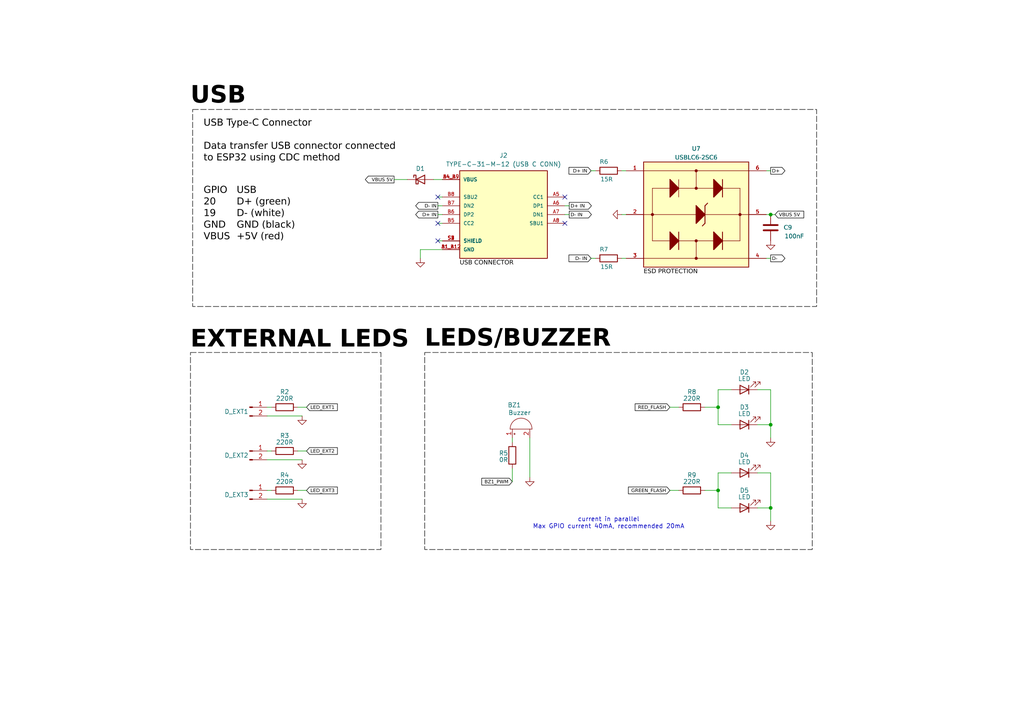
<source format=kicad_sch>
(kicad_sch (version 20231120) (generator "eeschema") (generator_version "8.0")
  (paper "A4")
  (lib_symbols
    (symbol "Connector:Conn_01x02_Pin" (pin_names (offset 1.016) hide)
      (property "Reference" "J" (at 0 2.54 0))
      (property "Value" "Conn_01x02_Pin" (at 0 -5.08 0))
      (symbol "Conn_01x02_Pin_1_1"
        (polyline (pts (xy 1.27 -2.54) (xy 0.8636 -2.54)) (stroke (width 0.1524)))
        (polyline (pts (xy 1.27 0) (xy 0.8636 0)) (stroke (width 0.1524)))
        (rectangle (start 0.8636 -2.413) (end 0 -2.667) (stroke (width 0.1524)) (fill (type outline)))
        (rectangle (start 0.8636 0.127) (end 0 -0.127) (stroke (width 0.1524)) (fill (type outline)))
        (pin passive line (at 5.08 0 180) (length 3.81) (name "Pin_1") (number "1"))
        (pin passive line (at 5.08 -2.54 180) (length 3.81) (name "Pin_2") (number "2"))
      )
    )
    (symbol "Device:Buzzer" (pin_names (offset 0.0254) hide)
      (property "Reference" "BZ" (at 3.81 1.27 0))
      (property "Value" "Buzzer" (at 3.81 -1.27 0))
      (symbol "Buzzer_0_1"
        (arc (start 0 -3.175) (mid 3.1612 0) (end 0 3.175))
        (polyline (pts (xy -1.651 1.905) (xy -1.143 1.905)))
        (polyline (pts (xy -1.397 2.159) (xy -1.397 1.651)))
        (polyline (pts (xy 0 3.175) (xy 0 -3.175)))
      )
      (symbol "Buzzer_1_1"
        (pin passive line (at -2.54 2.54 0) (length 2.54) (name "+") (number "1"))
        (pin passive line (at -2.54 -2.54 0) (length 2.54) (name "-") (number "2"))
      )
    )
    (symbol "Device:C" (pin_numbers hide) (pin_names (offset 0.254))
      (property "Reference" "C" (at 0.635 2.54 0))
      (property "Value" "C" (at 0.635 -2.54 0))
      (symbol "C_0_1"
        (polyline (pts (xy -2.032 -0.762) (xy 2.032 -0.762)) (stroke (width 0.508)))
        (polyline (pts (xy -2.032 0.762) (xy 2.032 0.762)) (stroke (width 0.508)))
      )
      (symbol "C_1_1"
        (pin passive line (at 0 3.81 270) (length 2.794) (name "~") (number "1"))
        (pin passive line (at 0 -3.81 90) (length 2.794) (name "~") (number "2"))
      )
    )
    (symbol "Device:D_Schottky" (pin_numbers hide) (pin_names (offset 1.016) hide)
      (property "Reference" "D" (at 0 2.54 0))
      (property "Value" "D_Schottky" (at 0 -2.54 0))
      (symbol "D_Schottky_0_1"
        (polyline (pts (xy 1.27 0) (xy -1.27 0)))
        (polyline (pts (xy 1.27 1.27) (xy 1.27 -1.27) (xy -1.27 0) (xy 1.27 1.27)) (stroke (width 0.254)))
        (polyline (pts (xy -1.905 0.635) (xy -1.905 1.27) (xy -1.27 1.27) (xy -1.27 -1.27) (xy -0.635 -1.27) (xy -0.635 -0.635)) (stroke (width 0.254)))
      )
      (symbol "D_Schottky_1_1"
        (pin passive line (at -3.81 0 0) (length 2.54) (name "K") (number "1"))
        (pin passive line (at 3.81 0 180) (length 2.54) (name "A") (number "2"))
      )
    )
    (symbol "Device:LED" (pin_numbers hide) (pin_names (offset 1.016) hide)
      (property "Reference" "D" (at 0 2.54 0))
      (property "Value" "LED" (at 0 -2.54 0))
      (symbol "LED_0_1"
        (polyline (pts (xy -1.27 -1.27) (xy -1.27 1.27)) (stroke (width 0.254)))
        (polyline (pts (xy -1.27 0) (xy 1.27 0)))
        (polyline (pts (xy 1.27 -1.27) (xy 1.27 1.27) (xy -1.27 0) (xy 1.27 -1.27)) (stroke (width 0.254)))
        (polyline (pts (xy -3.048 -0.762) (xy -4.572 -2.286) (xy -3.81 -2.286) (xy -4.572 -2.286) (xy -4.572 -1.524)))
        (polyline (pts (xy -1.778 -0.762) (xy -3.302 -2.286) (xy -2.54 -2.286) (xy -3.302 -2.286) (xy -3.302 -1.524)))
      )
      (symbol "LED_1_1"
        (pin passive line (at -3.81 0 0) (length 2.54) (name "K") (number "1"))
        (pin passive line (at 3.81 0 180) (length 2.54) (name "A") (number "2"))
      )
    )
    (symbol "Device:R" (pin_numbers hide) (pin_names (offset 0))
      (property "Reference" "R" (at 2.032 0 90))
      (property "Value" "R" (at 0 0 90))
      (symbol "R_0_1"
        (rectangle (start -1.016 -2.54) (end 1.016 2.54) (stroke (width 0.254)))
      )
      (symbol "R_1_1"
        (pin passive line (at 0 3.81 270) (length 1.27) (name "~") (number "1"))
        (pin passive line (at 0 -3.81 90) (length 1.27) (name "~") (number "2"))
      )
    )
    (symbol "SchrackThingy_library:TYPE-C-31-M-12 (USB C CONN)" (pin_names (offset 1.016))
      (property "Reference" "J" (at -12.7 13.462 0))
      (property "Value" "TYPE-C-31-M-12 (USB C CONN)" (at -12.7 -13.462 0))
      (symbol "TYPE-C-31-M-12 (USB C CONN)_0_0"
        (rectangle (start -12.7 -12.7) (end 12.7 12.7) (stroke (width 0.254)) (fill (type background)))
        (pin power_in line (at 17.78 -10.16 180) (length 5.08) (name "GND") (number "A1_B12"))
        (pin power_in line (at 17.78 10.16 180) (length 5.08) (name "VBUS") (number "A4_B9"))
        (pin bidirectional line (at -17.78 5.08 0) (length 5.08) (name "CC1") (number "A5"))
        (pin bidirectional line (at -17.78 2.54 0) (length 5.08) (name "DP1") (number "A6"))
        (pin bidirectional line (at -17.78 0 0) (length 5.08) (name "DN1") (number "A7"))
        (pin bidirectional line (at -17.78 -2.54 0) (length 5.08) (name "SBU1") (number "A8"))
        (pin power_in line (at 17.78 -10.16 180) (length 5.08) (name "GND") (number "B1_A12"))
        (pin power_in line (at 17.78 10.16 180) (length 5.08) (name "VBUS") (number "B4_A9"))
        (pin bidirectional line (at 17.78 -2.54 180) (length 5.08) (name "CC2") (number "B5"))
        (pin bidirectional line (at 17.78 0 180) (length 5.08) (name "DP2") (number "B6"))
        (pin bidirectional line (at 17.78 2.54 180) (length 5.08) (name "DN2") (number "B7"))
        (pin bidirectional line (at 17.78 5.08 180) (length 5.08) (name "SBU2") (number "B8"))
        (pin passive line (at 17.78 -7.62 180) (length 5.08) (name "SHIELD") (number "S1"))
        (pin passive line (at 17.78 -7.62 180) (length 5.08) (name "SHIELD") (number "S2"))
        (pin passive line (at 17.78 -7.62 180) (length 5.08) (name "SHIELD") (number "S3"))
        (pin passive line (at 17.78 -7.62 180) (length 5.08) (name "SHIELD") (number "S4"))
      )
    )
    (symbol "power:GND" (power) (pin_names (offset 0))
      (property "Value" "GND" (at 0 -3.81 0))
      (symbol "GND_0_1"
        (polyline (pts (xy 0 0) (xy 0 -1.27) (xy 1.27 -1.27) (xy 0 -2.54) (xy -1.27 -1.27) (xy 0 -1.27)))
      )
      (symbol "GND_1_1"
        (pin power_in line (at 0 0 270) (length 0) hide (name "GND") (number "1"))
      )
    )
    (symbol "sumec_library:USBLC6-2SC6" (pin_names (offset 1.016))
      (property "Reference" "U" (at -15.2693 17.8093 0))
      (property "Value" "USBLC6-2SC6" (at -15.2559 -17.7959 0))
      (symbol "USBLC6-2SC6_0_0"
        (rectangle (start -15.24 -15.24) (end 15.24 15.24) (stroke (width 0.254)) (fill (type background)))
        (circle (center -12.7 0) (radius 0.254) (stroke (width 0.381)))
        (circle (center 0 -12.7) (radius 0.254) (stroke (width 0.381)))
        (circle (center 0 -7.62) (radius 0.254) (stroke (width 0.381)))
        (polyline (pts (xy -15.24 -12.7) (xy 0 -12.7)) (stroke (width 0.1524)))
        (polyline (pts (xy -15.24 12.7) (xy 0 12.7)) (stroke (width 0.1524)))
        (polyline (pts (xy -12.7 -7.62) (xy -7.62 -7.62)) (stroke (width 0.1524)))
        (polyline (pts (xy -12.7 0) (xy -15.24 0)) (stroke (width 0.1524)))
        (polyline (pts (xy -12.7 0) (xy -12.7 -7.62)) (stroke (width 0.1524)))
        (polyline (pts (xy -12.7 0) (xy 0 0)) (stroke (width 0.1524)))
        (polyline (pts (xy -12.7 7.62) (xy -12.7 0)) (stroke (width 0.1524)))
        (polyline (pts (xy -12.7 7.62) (xy -7.62 7.62)) (stroke (width 0.1524)))
        (polyline (pts (xy -7.62 -10.16) (xy -7.62 -7.62)) (stroke (width 0.254)))
        (polyline (pts (xy -7.62 -7.62) (xy -7.62 -5.08)) (stroke (width 0.254)))
        (polyline (pts (xy -7.62 -5.08) (xy -5.08 -7.62)) (stroke (width 0.254)))
        (polyline (pts (xy -7.62 5.08) (xy -7.62 7.62)) (stroke (width 0.254)))
        (polyline (pts (xy -7.62 7.62) (xy -7.62 10.16)) (stroke (width 0.254)))
        (polyline (pts (xy -7.62 10.16) (xy -5.08 7.62)) (stroke (width 0.254)))
        (polyline (pts (xy -5.08 -7.62) (xy -7.62 -10.16)) (stroke (width 0.254)))
        (polyline (pts (xy -5.08 -7.62) (xy -5.08 -10.16)) (stroke (width 0.254)))
        (polyline (pts (xy -5.08 -7.62) (xy 0 -7.62)) (stroke (width 0.1524)))
        (polyline (pts (xy -5.08 -5.08) (xy -5.08 -7.62)) (stroke (width 0.254)))
        (polyline (pts (xy -5.08 7.62) (xy -7.62 5.08)) (stroke (width 0.254)))
        (polyline (pts (xy -5.08 7.62) (xy -5.08 5.08)) (stroke (width 0.1524)))
        (polyline (pts (xy -5.08 7.62) (xy 0 7.62)) (stroke (width 0.1524)))
        (polyline (pts (xy -5.08 10.16) (xy -5.08 7.62)) (stroke (width 0.1524)))
        (polyline (pts (xy 0 -7.62) (xy 0 -12.7)) (stroke (width 0.1524)))
        (polyline (pts (xy 0 -7.62) (xy 5.08 -7.62)) (stroke (width 0.1524)))
        (polyline (pts (xy 0 -2.54) (xy 0 0)) (stroke (width 0.254)))
        (polyline (pts (xy 0 0) (xy 0 2.54)) (stroke (width 0.254)))
        (polyline (pts (xy 0 2.54) (xy 2.54 0)) (stroke (width 0.254)))
        (polyline (pts (xy 0 7.62) (xy 0 12.7)) (stroke (width 0.1524)))
        (polyline (pts (xy 0 7.62) (xy 5.08 7.62)) (stroke (width 0.1524)))
        (polyline (pts (xy 0 12.7) (xy 15.24 12.7)) (stroke (width 0.1524)))
        (polyline (pts (xy 2.54 -2.54) (xy 1.778 -3.302)) (stroke (width 0.254)))
        (polyline (pts (xy 2.54 0) (xy 0 -2.54)) (stroke (width 0.254)))
        (polyline (pts (xy 2.54 0) (xy 12.7 0)) (stroke (width 0.1524)))
        (polyline (pts (xy 2.54 2.54) (xy 2.54 -2.54)) (stroke (width 0.254)))
        (polyline (pts (xy 2.54 2.54) (xy 3.302 3.302)) (stroke (width 0.254)))
        (polyline (pts (xy 5.08 -10.16) (xy 5.08 -7.62)) (stroke (width 0.254)))
        (polyline (pts (xy 5.08 -7.62) (xy 5.08 -5.08)) (stroke (width 0.254)))
        (polyline (pts (xy 5.08 -5.08) (xy 7.62 -7.62)) (stroke (width 0.254)))
        (polyline (pts (xy 5.08 5.08) (xy 5.08 7.62)) (stroke (width 0.254)))
        (polyline (pts (xy 5.08 7.62) (xy 5.08 10.16)) (stroke (width 0.254)))
        (polyline (pts (xy 5.08 10.16) (xy 7.62 7.62)) (stroke (width 0.254)))
        (polyline (pts (xy 7.62 -7.62) (xy 5.08 -10.16)) (stroke (width 0.254)))
        (polyline (pts (xy 7.62 -7.62) (xy 7.62 -10.16)) (stroke (width 0.254)))
        (polyline (pts (xy 7.62 -7.62) (xy 12.7 -7.62)) (stroke (width 0.1524)))
        (polyline (pts (xy 7.62 -5.08) (xy 7.62 -7.62)) (stroke (width 0.254)))
        (polyline (pts (xy 7.62 7.62) (xy 5.08 5.08)) (stroke (width 0.254)))
        (polyline (pts (xy 7.62 7.62) (xy 7.62 5.08)) (stroke (width 0.254)))
        (polyline (pts (xy 7.62 7.62) (xy 12.7 7.62)) (stroke (width 0.1524)))
        (polyline (pts (xy 7.62 10.16) (xy 7.62 7.62)) (stroke (width 0.254)))
        (polyline (pts (xy 12.7 0) (xy 12.7 -7.62)) (stroke (width 0.1524)))
        (polyline (pts (xy 12.7 0) (xy 15.24 0)) (stroke (width 0.1524)))
        (polyline (pts (xy 12.7 7.62) (xy 12.7 0)) (stroke (width 0.1524)))
        (polyline (pts (xy 15.24 -12.7) (xy 0 -12.7)) (stroke (width 0.1524)))
        (polyline (pts (xy -7.62 -5.08) (xy -7.62 -10.16) (xy -5.08 -7.62) (xy -7.62 -5.08)) (stroke (width 0.254)) (fill (type outline)))
        (polyline (pts (xy -7.62 10.16) (xy -7.62 5.08) (xy -5.08 7.62) (xy -7.62 10.16)) (stroke (width 0.254)) (fill (type outline)))
        (polyline (pts (xy 0 2.54) (xy 0 -2.54) (xy 2.54 0) (xy 0 2.54)) (stroke (width 0.254)) (fill (type outline)))
        (polyline (pts (xy 5.08 -5.08) (xy 5.08 -10.16) (xy 7.62 -7.62) (xy 5.08 -5.08)) (stroke (width 0.254)) (fill (type outline)))
        (polyline (pts (xy 5.08 10.16) (xy 5.08 5.08) (xy 7.62 7.62) (xy 5.08 10.16)) (stroke (width 0.254)) (fill (type outline)))
        (circle (center 0 7.62) (radius 0.254) (stroke (width 0.381)))
        (circle (center 0 12.7) (radius 0.254) (stroke (width 0.381)))
        (circle (center 12.7 0) (radius 0.254) (stroke (width 0.381)))
        (pin bidirectional line (at -20.32 12.7 0) (length 5.08) (name "~") (number "1"))
        (pin power_in line (at -20.32 0 0) (length 5.08) (name "~") (number "2"))
        (pin bidirectional line (at -20.32 -12.7 0) (length 5.08) (name "~") (number "3"))
        (pin bidirectional line (at 20.32 -12.7 180) (length 5.08) (name "~") (number "4"))
        (pin power_in line (at 20.32 0 180) (length 5.08) (name "~") (number "5"))
        (pin bidirectional line (at 20.32 12.7 180) (length 5.08) (name "~") (number "6"))
      )
    )
  )
  (junction (at 208.28 142.24))
  (junction (at 223.52 62.23))
  (junction (at 223.52 147.32))
  (junction (at 223.52 123.19))
  (junction (at 208.28 118.11))
  (no_connect (at 127 69.85))
  (no_connect (at 163.83 57.15))
  (no_connect (at 127 57.15))
  (no_connect (at 163.83 64.77))
  (no_connect (at 127 64.77))
  (wire (pts (xy 127 57.15) (xy 128.27 57.15)))
  (wire (pts (xy 127 62.23) (xy 128.27 62.23)))
  (wire (pts (xy 194.31 142.24) (xy 196.85 142.24)))
  (wire (pts (xy 208.28 137.16) (xy 212.09 137.16)))
  (wire (pts (xy 125.73 52.07) (xy 128.27 52.07)))
  (wire (pts (xy 127 69.85) (xy 128.27 69.85)))
  (wire (pts (xy 219.71 113.03) (xy 223.52 113.03)))
  (wire (pts (xy 180.34 49.53) (xy 181.61 49.53)))
  (wire (pts (xy 153.67 138.43) (xy 153.67 127)))
  (wire (pts (xy 219.71 137.16) (xy 223.52 137.16)))
  (wire (pts (xy 223.52 74.93) (xy 222.25 74.93)))
  (wire (pts (xy 78.74 142.24) (xy 77.47 142.24)))
  (wire (pts (xy 224.79 62.23) (xy 223.52 62.23)))
  (wire (pts (xy 88.9 142.24) (xy 86.36 142.24)))
  (wire (pts (xy 223.52 147.32) (xy 223.52 151.13)))
  (wire (pts (xy 78.74 118.11) (xy 77.47 118.11)))
  (wire (pts (xy 77.47 120.65) (xy 87.63 120.65)))
  (wire (pts (xy 180.34 62.23) (xy 181.61 62.23)))
  (wire (pts (xy 171.45 49.53) (xy 172.72 49.53)))
  (wire (pts (xy 219.71 123.19) (xy 223.52 123.19)))
  (wire (pts (xy 208.28 142.24) (xy 208.28 147.32)))
  (wire (pts (xy 204.47 142.24) (xy 208.28 142.24)))
  (wire (pts (xy 77.47 133.35) (xy 87.63 133.35)))
  (wire (pts (xy 114.3 52.07) (xy 118.11 52.07)))
  (wire (pts (xy 208.28 137.16) (xy 208.28 142.24)))
  (wire (pts (xy 165.1 62.23) (xy 163.83 62.23)))
  (wire (pts (xy 222.25 49.53) (xy 223.52 49.53)))
  (wire (pts (xy 78.74 130.81) (xy 77.47 130.81)))
  (wire (pts (xy 208.28 123.19) (xy 212.09 123.19)))
  (wire (pts (xy 127 59.69) (xy 128.27 59.69)))
  (wire (pts (xy 208.28 118.11) (xy 204.47 118.11)))
  (wire (pts (xy 219.71 147.32) (xy 223.52 147.32)))
  (wire (pts (xy 127 64.77) (xy 128.27 64.77)))
  (wire (pts (xy 180.34 74.93) (xy 181.61 74.93)))
  (wire (pts (xy 208.28 113.03) (xy 212.09 113.03)))
  (wire (pts (xy 148.59 128.27) (xy 148.59 127)))
  (wire (pts (xy 223.52 137.16) (xy 223.52 147.32)))
  (wire (pts (xy 208.28 113.03) (xy 208.28 118.11)))
  (wire (pts (xy 223.52 62.23) (xy 222.25 62.23)))
  (wire (pts (xy 208.28 147.32) (xy 212.09 147.32)))
  (wire (pts (xy 88.9 130.81) (xy 86.36 130.81)))
  (wire (pts (xy 223.52 123.19) (xy 223.52 127)))
  (wire (pts (xy 77.47 144.78) (xy 87.63 144.78)))
  (wire (pts (xy 223.52 113.03) (xy 223.52 123.19)))
  (wire (pts (xy 208.28 118.11) (xy 208.28 123.19)))
  (wire (pts (xy 121.92 74.93) (xy 121.92 72.39)))
  (wire (pts (xy 165.1 59.69) (xy 163.83 59.69)))
  (wire (pts (xy 88.9 118.11) (xy 86.36 118.11)))
  (wire (pts (xy 121.92 72.39) (xy 128.27 72.39)))
  (wire (pts (xy 171.45 74.93) (xy 172.72 74.93)))
  (wire (pts (xy 148.59 139.7) (xy 148.59 135.89)))
  (wire (pts (xy 194.31 118.11) (xy 196.85 118.11)))
  (rectangle (start 123.19 102.235) (end 235.585 159.385) (stroke (width 0) (type dash) (color 0 0 0 1)))
  (rectangle (start 55.245 102.235) (end 110.49 159.385) (stroke (width 0) (type dash) (color 0 0 0 1)))
  (rectangle (start 55.88 31.75) (end 236.855 88.9) (stroke (width 0) (type dash) (color 0 0 0 1)))
  (text "current in parallel\nMax GPIO current 40mA, recommended 20mA" (at 176.53 151.765 0) (effects (font (size 1.27 1.27))))
  (text "ESD PROTECTION" (at 186.69 80.01 0) (effects (font (size 1.27 1.27)) (justify left bottom)))
  (text "USB Type-C Connector\n\nData transfer USB connector connected\nto ESP32 using CDC method" (at 59.055 47.625 0) (effects (font (size 2 2) (italic yes)) (justify left bottom)))
  (text "USB" (at 55.245 29.21 0) (effects (font (size 5 5) (thickness 1.2) (bold yes)) (justify left)))
  (text "GPIO	USB\n20		D+ (green)\n19		D- (white)\nGND	GND (black)\nVBUS	+5V (red)" (at 59.055 70.485 0) (effects (font (size 2 2)) (justify left bottom)))
  (text "USB CONNECTOR" (at 133.35 77.47 0) (effects (font (size 1.27 1.27)) (justify left bottom)))
  (text "LEDS/BUZZER" (at 123.19 99.695 0) (effects (font (size 5 5) (thickness 1.2) (bold yes)) (justify left)))
  (text "EXTERNAL LEDS" (at 55.245 102.87 0) (effects (font (size 5 5) (bold yes)) (justify left bottom)))
  (global_label "VBUS 5V" (shape input) (at 224.79 62.23 0) (effects (font (size 1 1))) (property "Intersheetrefs" "${INTERSHEET_REFS}" (effects (hide yes))))
  (global_label "GREEN_FLASH" (shape input) (at 194.31 142.24 180) (effects (font (size 1 1))) (property "Intersheetrefs" "${INTERSHEET_REFS}" (effects (hide yes))))
  (global_label "D-" (shape output) (at 223.52 74.93 0) (effects (font (size 1 1))) (property "Intersheetrefs" "${INTERSHEET_REFS}" (effects (hide yes))))
  (global_label "D+ IN" (shape output) (at 165.1 59.69 0) (effects (font (size 1 1))) (property "Intersheetrefs" "${INTERSHEET_REFS}" (effects (hide yes))))
  (global_label "D+ IN" (shape input) (at 171.45 49.53 180) (effects (font (size 1 1))) (property "Intersheetrefs" "${INTERSHEET_REFS}" (effects (hide yes))))
  (global_label "RED_FLASH" (shape input) (at 194.31 118.11 180) (effects (font (size 1 1))) (property "Intersheetrefs" "${INTERSHEET_REFS}" (effects (hide yes))))
  (global_label "D+ IN" (shape output) (at 127 62.23 180) (effects (font (size 1 1))) (property "Intersheetrefs" "${INTERSHEET_REFS}" (effects (hide yes))))
  (global_label "D- IN" (shape input) (at 171.45 74.93 180) (effects (font (size 1 1))) (property "Intersheetrefs" "${INTERSHEET_REFS}" (effects (hide yes))))
  (global_label "D- IN" (shape output) (at 165.1 62.23 0) (effects (font (size 1 1))) (property "Intersheetrefs" "${INTERSHEET_REFS}" (effects (hide yes))))
  (global_label "LED_EXT1" (shape input) (at 88.9 118.11 0) (effects (font (size 1 1))) (property "Intersheetrefs" "${INTERSHEET_REFS}" (effects (hide yes))))
  (global_label "LED_EXT2" (shape input) (at 88.9 130.81 0) (effects (font (size 1 1))) (property "Intersheetrefs" "${INTERSHEET_REFS}" (effects (hide yes))))
  (global_label "VBUS 5V" (shape output) (at 114.3 52.07 180) (effects (font (size 1 1))) (property "Intersheetrefs" "${INTERSHEET_REFS}" (effects (hide yes))))
  (global_label "D+" (shape output) (at 223.52 49.53 0) (effects (font (size 1 1))) (property "Intersheetrefs" "${INTERSHEET_REFS}" (effects (hide yes))))
  (global_label "BZ1_PWM" (shape input) (at 148.59 139.7 180) (effects (font (size 1 1))) (property "Intersheetrefs" "${INTERSHEET_REFS}" (effects (hide yes))))
  (global_label "LED_EXT3" (shape input) (at 88.9 142.24 0) (effects (font (size 1 1))) (property "Intersheetrefs" "${INTERSHEET_REFS}" (effects (hide yes))))
  (global_label "D- IN" (shape output) (at 127 59.69 180) (effects (font (size 1 1))) (property "Intersheetrefs" "${INTERSHEET_REFS}" (effects (hide yes))))
  (symbol (lib_id "Connector:Conn_01x02_Pin") (at 72.39 118.11 0) (unit 1)
    (property "Reference" "D_EXT1" (at 68.58 119.38 0))
    (property "Value" "Conn_01x02_Pin" (effects (hide yes)))
    (property "Footprint" "Connector_JST:JST_XH_B2B-XH-A_1x02_P2.50mm_Vertical" (effects (hide yes)))
    (property "Description" "Generic connector, single row, 01x02, script generated" (effects (hide yes)))
  )
  (symbol (lib_id "Device:Buzzer") (at 151.13 124.46 90) (unit 1)
    (property "Reference" "BZ1" (at 151.13 117.475 90) (effects (justify left)))
    (property "Value" "Buzzer" (at 153.9875 119.6976 90) (effects (justify left)))
    (property "Footprint" "Schrack_brd:BUZZER_CUI_CPT" (effects (hide yes)))
    (property "Datasheet" "https://cz.mouser.com/ProductDetail/CUI-Devices/CPT-1625-80-SMT-TR?qs=P1JMDcb91o43eCFIymFs3Q%3D%3D" (effects (hide yes)))
    (property "Description" "Buzzer, polarized" (effects (hide yes)))
  )
  (symbol (lib_id "power:GND") (at 180.34 62.23 270) (unit 1)
    (property "Reference" "#PWR022" (effects (hide yes)))
    (property "Value" "GND" (effects (hide yes)))
  )
  (symbol (lib_id "power:GND") (at 223.52 151.13 0) (unit 1)
    (property "Reference" "#PWR025" (effects (hide yes)))
    (property "Value" "GND" (effects (hide yes)))
  )
  (symbol (lib_id "power:GND") (at 121.92 74.93 0) (unit 1)
    (property "Reference" "#PWR020" (effects (hide yes)))
    (property "Value" "GND" (effects (hide yes)))
  )
  (symbol (lib_id "Device:LED") (at 215.9 147.32 180) (unit 1)
    (property "Reference" "D5" (at 215.9 142.24 0))
    (property "Value" "LED" (at 215.9 144.145 0))
    (property "Footprint" "LED_SMD:LED_0805_2012Metric_Pad1.15x1.40mm_HandSolder" (effects (hide yes)))
    (property "Description" "Light emitting diode" (effects (hide yes)))
  )
  (symbol (lib_id "Device:D_Schottky") (at 121.92 52.07 0) (unit 1)
    (property "Reference" "D1" (at 121.92 48.895 0))
    (property "Value" "D_Schottky" (effects (hide yes)))
    (property "Footprint" "Diode_SMD:D_1206_3216Metric_Pad1.42x1.75mm_HandSolder" (effects (hide yes)))
    (property "Description" "Schottky diode" (effects (hide yes)))
  )
  (symbol (lib_id "Device:LED") (at 215.9 123.19 180) (unit 1)
    (property "Reference" "D3" (at 215.9 118.11 0))
    (property "Value" "LED" (at 215.9 120.015 0))
    (property "Footprint" "LED_SMD:LED_0805_2012Metric_Pad1.15x1.40mm_HandSolder" (effects (hide yes)))
    (property "Description" "Light emitting diode" (effects (hide yes)))
  )
  (symbol (lib_id "Device:R") (at 176.53 74.93 90) (unit 1)
    (property "Reference" "R7" (at 173.99 72.39 90) (effects (justify right)))
    (property "Value" "15R" (at 173.99 77.47 90) (effects (justify right)))
    (property "Footprint" "Resistor_SMD:R_0805_2012Metric_Pad1.20x1.40mm_HandSolder" (effects (hide yes)))
  )
  (symbol (lib_id "Device:R") (at 148.59 132.08 180) (unit 1)
    (property "Reference" "R5" (at 146.05 131.445 0))
    (property "Value" "0R" (at 146.05 133.35 0))
    (property "Footprint" "Resistor_SMD:R_0805_2012Metric_Pad1.20x1.40mm_HandSolder" (effects (hide yes)))
    (property "Description" "Resistor" (effects (hide yes)))
  )
  (symbol (lib_id "SchrackThingy_library:TYPE-C-31-M-12 (USB C CONN)") (at 146.05 62.23 0) (mirror y) (unit 1)
    (property "Reference" "J2" (at 146.05 45.085 0))
    (property "Value" "TYPE-C-31-M-12 (USB C CONN)" (at 146.05 47.625 0))
    (property "Footprint" "sumec_brd:USB_Type_C" (effects (hide yes)))
    (property "Description" "USB Connectors 24 Receptacle 1 8.94*7.3mm RoHS" (effects (hide yes)))
    (property "MF" "HRO Electronics Co., Ltd." (effects (hide yes)))
    (property "MAXIMUM_PACKAGE_HEIGHT" "3.26 mm" (effects (hide yes)))
    (property "Package" "Package" (effects (hide yes)))
    (property "Price" "None" (effects (hide yes)))
    (property "Check_prices" "https://www.snapeda.com/parts/TYPE-C-31-M-12/HRO+Electronics+Co.%252C+Ltd./view-part/?ref=eda" (effects (hide yes)))
    (property "STANDARD" "Manufacturer Recommendations" (effects (hide yes)))
    (property "PARTREV" "2020.12.08" (effects (hide yes)))
    (property "SnapEDA_Link" "https://www.snapeda.com/parts/TYPE-C-31-M-12/HRO+Electronics+Co.%252C+Ltd./view-part/?ref=snap" (effects (hide yes)))
    (property "MP" "TYPE-C-31-M-12" (effects (hide yes)))
    (property "SNAPEDA_PN" "TYPE-C-31-M-12" (effects (hide yes)))
    (property "Availability" "Not in stock" (effects (hide yes)))
    (property "MANUFACTURER" "HRO Electronics Co., Ltd." (effects (hide yes)))
  )
  (symbol (lib_id "Connector:Conn_01x02_Pin") (at 72.39 142.24 0) (unit 1)
    (property "Reference" "D_EXT3" (at 68.58 143.51 0))
    (property "Value" "Conn_01x02_Pin" (effects (hide yes)))
    (property "Footprint" "Connector_JST:JST_XH_B2B-XH-A_1x02_P2.50mm_Vertical" (effects (hide yes)))
    (property "Description" "Generic connector, single row, 01x02, script generated" (effects (hide yes)))
  )
  (symbol (lib_id "power:GND") (at 153.67 138.43 0) (unit 1)
    (property "Reference" "#PWR021" (effects (hide yes)))
    (property "Value" "GND" (effects (hide yes)))
  )
  (symbol (lib_id "Device:R") (at 176.53 49.53 90) (unit 1)
    (property "Reference" "R6" (at 173.99 46.99 90) (effects (justify right)))
    (property "Value" "15R" (at 173.99 52.07 90) (effects (justify right)))
    (property "Footprint" "Resistor_SMD:R_0805_2012Metric_Pad1.20x1.40mm_HandSolder" (effects (hide yes)))
  )
  (symbol (lib_id "power:GND") (at 87.63 133.35 0) (unit 1)
    (property "Reference" "#PWR018" (effects (hide yes)))
    (property "Value" "GND" (effects (hide yes)))
  )
  (symbol (lib_id "Device:R") (at 200.66 142.24 90) (unit 1)
    (property "Reference" "R9" (at 200.66 137.795 90))
    (property "Value" "220R" (at 200.66 139.7 90))
    (property "Footprint" "Resistor_SMD:R_0805_2012Metric_Pad1.20x1.40mm_HandSolder" (effects (hide yes)))
    (property "Description" "Resistor" (effects (hide yes)))
  )
  (symbol (lib_id "power:GND") (at 87.63 120.65 0) (unit 1)
    (property "Reference" "#PWR017" (effects (hide yes)))
    (property "Value" "GND" (effects (hide yes)))
  )
  (symbol (lib_id "sumec_library:USBLC6-2SC6") (at 201.93 62.23 0) (unit 1)
    (property "Reference" "U7" (at 201.93 43.18 0))
    (property "Value" "USBLC6-2SC6" (at 201.93 45.72 0))
    (property "Footprint" "Package_TO_SOT_SMD:TSOT-23-6_HandSoldering" (effects (hide yes)))
    (property "Description" "\n17V Clamp 5A (8/20µs) Ipp Tvs Diode Surface Mount SOT-23-6\n" (effects (hide yes)))
    (property "MF" "STMicroelectronics" (effects (hide yes)))
    (property "PURCHASE-URL" "https://pricing.snapeda.com/search/part/USBLC6-2SC6/?ref=eda" (effects (hide yes)))
    (property "PACKAGE" "SOT-23-6 STMicroelectronics" (effects (hide yes)))
    (property "PRICE" "None" (effects (hide yes)))
    (property "Package" "SOT-23-6 STMicroelectronics" (effects (hide yes)))
    (property "Check_prices" "https://www.snapeda.com/parts/USBLC6-2SC6/STMicroelectronics/view-part/?ref=eda" (effects (hide yes)))
    (property "Price" "None" (effects (hide yes)))
    (property "SnapEDA_Link" "https://www.snapeda.com/parts/USBLC6-2SC6/STMicroelectronics/view-part/?ref=snap" (effects (hide yes)))
    (property "MP" "USBLC6-2SC6" (effects (hide yes)))
    (property "Purchase-URL" "https://www.snapeda.com/api/url_track_click_mouser/?unipart_id=231887&manufacturer=STMicroelectronics&part_name=USBLC6-2SC6&search_term=None" (effects (hide yes)))
    (property "Availability" "In Stock" (effects (hide yes)))
    (property "AVAILABILITY" "In Stock" (effects (hide yes)))
    (property "DESCRIPTION" "17V Clamp 5A (8/20µs) Ipp Tvs Diode Surface Mount SOT-23-6" (effects (hide yes)))
  )
  (symbol (lib_id "power:GND") (at 87.63 144.78 0) (unit 1)
    (property "Reference" "#PWR019" (effects (hide yes)))
    (property "Value" "GND" (effects (hide yes)))
  )
  (symbol (lib_id "power:GND") (at 223.52 127 0) (unit 1)
    (property "Reference" "#PWR024" (effects (hide yes)))
    (property "Value" "GND" (effects (hide yes)))
  )
  (symbol (lib_id "Device:LED") (at 215.9 113.03 180) (unit 1)
    (property "Reference" "D2" (at 215.9 107.95 0))
    (property "Value" "LED" (at 215.9 109.855 0))
    (property "Footprint" "LED_SMD:LED_0805_2012Metric_Pad1.15x1.40mm_HandSolder" (effects (hide yes)))
    (property "Description" "Light emitting diode" (effects (hide yes)))
  )
  (symbol (lib_id "Device:R") (at 82.55 118.11 90) (unit 1)
    (property "Reference" "R2" (at 82.55 113.665 90))
    (property "Value" "220R" (at 82.55 115.57 90))
    (property "Footprint" "Resistor_SMD:R_0805_2012Metric_Pad1.20x1.40mm_HandSolder" (effects (hide yes)))
    (property "Description" "Resistor" (effects (hide yes)))
  )
  (symbol (lib_id "Device:C") (at 223.52 66.04 0) (unit 1)
    (property "Reference" "C9" (at 227.33 66.04 0) (effects (justify left)))
    (property "Value" "100nF" (at 227.33 68.58 0) (effects (justify left)))
    (property "Footprint" "Capacitor_SMD:C_0805_2012Metric_Pad1.18x1.45mm_HandSolder" (effects (hide yes)))
  )
  (symbol (lib_id "Device:R") (at 200.66 118.11 90) (unit 1)
    (property "Reference" "R8" (at 200.66 113.665 90))
    (property "Value" "220R" (at 200.66 115.57 90))
    (property "Footprint" "Resistor_SMD:R_0805_2012Metric_Pad1.20x1.40mm_HandSolder" (effects (hide yes)))
    (property "Description" "Resistor" (effects (hide yes)))
  )
  (symbol (lib_id "Device:R") (at 82.55 130.81 90) (unit 1)
    (property "Reference" "R3" (at 82.55 126.365 90))
    (property "Value" "220R" (at 82.55 128.27 90))
    (property "Footprint" "Resistor_SMD:R_0805_2012Metric_Pad1.20x1.40mm_HandSolder" (effects (hide yes)))
    (property "Description" "Resistor" (effects (hide yes)))
  )
  (symbol (lib_id "power:GND") (at 223.52 69.85 0) (unit 1)
    (property "Reference" "#PWR023" (effects (hide yes)))
    (property "Value" "GND" (effects (hide yes)))
  )
  (symbol (lib_id "Device:LED") (at 215.9 137.16 180) (unit 1)
    (property "Reference" "D4" (at 215.9 132.08 0))
    (property "Value" "LED" (at 215.9 133.985 0))
    (property "Footprint" "LED_SMD:LED_0805_2012Metric_Pad1.15x1.40mm_HandSolder" (effects (hide yes)))
    (property "Description" "Light emitting diode" (effects (hide yes)))
  )
  (symbol (lib_id "Connector:Conn_01x02_Pin") (at 72.39 130.81 0) (unit 1)
    (property "Reference" "D_EXT2" (at 68.58 132.08 0))
    (property "Value" "Conn_01x02_Pin" (effects (hide yes)))
    (property "Footprint" "Connector_JST:JST_XH_B2B-XH-A_1x02_P2.50mm_Vertical" (effects (hide yes)))
    (property "Description" "Generic connector, single row, 01x02, script generated" (effects (hide yes)))
  )
  (symbol (lib_id "Device:R") (at 82.55 142.24 90) (unit 1)
    (property "Reference" "R4" (at 82.55 137.795 90))
    (property "Value" "220R" (at 82.55 139.7 90))
    (property "Footprint" "Resistor_SMD:R_0805_2012Metric_Pad1.20x1.40mm_HandSolder" (effects (hide yes)))
    (property "Description" "Resistor" (effects (hide yes)))
  )
)
</source>
